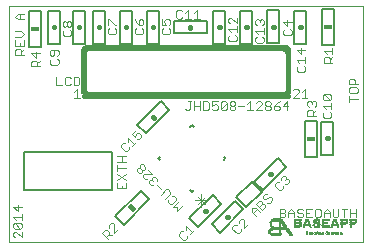
<source format=gto>
G75*
%MOIN*%
%OFA0B0*%
%FSLAX24Y24*%
%IPPOS*%
%LPD*%
%AMOC8*
5,1,8,0,0,1.08239X$1,22.5*
%
%ADD10C,0.0000*%
%ADD11R,0.0300X0.0010*%
%ADD12R,0.0090X0.0010*%
%ADD13R,0.0350X0.0010*%
%ADD14R,0.0110X0.0010*%
%ADD15R,0.0370X0.0010*%
%ADD16R,0.0020X0.0010*%
%ADD17R,0.0010X0.0010*%
%ADD18R,0.0030X0.0010*%
%ADD19R,0.0380X0.0010*%
%ADD20R,0.0100X0.0010*%
%ADD21R,0.0400X0.0010*%
%ADD22R,0.0410X0.0010*%
%ADD23R,0.0070X0.0010*%
%ADD24R,0.0060X0.0010*%
%ADD25R,0.0050X0.0010*%
%ADD26R,0.0130X0.0010*%
%ADD27R,0.0040X0.0010*%
%ADD28R,0.0650X0.0010*%
%ADD29R,0.0630X0.0010*%
%ADD30R,0.0610X0.0010*%
%ADD31R,0.0590X0.0010*%
%ADD32R,0.0580X0.0010*%
%ADD33R,0.0550X0.0010*%
%ADD34R,0.0560X0.0010*%
%ADD35R,0.0210X0.0010*%
%ADD36R,0.0140X0.0010*%
%ADD37R,0.0250X0.0010*%
%ADD38R,0.0230X0.0010*%
%ADD39R,0.0180X0.0010*%
%ADD40R,0.0260X0.0010*%
%ADD41R,0.0080X0.0010*%
%ADD42R,0.0270X0.0010*%
%ADD43R,0.0280X0.0010*%
%ADD44R,0.0240X0.0010*%
%ADD45R,0.0120X0.0010*%
%ADD46R,0.0190X0.0010*%
%ADD47R,0.0200X0.0010*%
%ADD48R,0.0160X0.0010*%
%ADD49R,0.0220X0.0010*%
%ADD50R,0.0170X0.0010*%
%ADD51R,0.0150X0.0010*%
%ADD52R,0.0450X0.0010*%
%ADD53R,0.0440X0.0010*%
%ADD54R,0.0420X0.0010*%
%ADD55R,0.0360X0.0010*%
%ADD56R,0.0340X0.0010*%
%ADD57R,0.0310X0.0010*%
%ADD58R,0.0290X0.0010*%
%ADD59C,0.0030*%
%ADD60C,0.0050*%
%ADD61C,0.0160*%
%ADD62C,0.0060*%
%ADD63R,0.0280X0.0160*%
%ADD64R,0.0160X0.0280*%
%ADD65C,0.0080*%
D10*
X000680Y000380D02*
X000680Y008254D01*
X012491Y008254D01*
X012491Y000380D01*
X000680Y000380D01*
D11*
X009615Y000580D03*
D12*
X009730Y000650D03*
X009730Y000660D03*
X009730Y000670D03*
X009730Y000680D03*
X009730Y000690D03*
X009730Y000700D03*
X009730Y000710D03*
X009730Y000720D03*
X009730Y000730D03*
X009730Y000740D03*
X009730Y000750D03*
X009730Y000760D03*
X009730Y000770D03*
X009730Y000870D03*
X009730Y000880D03*
X009730Y000890D03*
X009730Y000900D03*
X009730Y000910D03*
X009730Y000920D03*
X009730Y000930D03*
X009730Y000940D03*
X009730Y000950D03*
X009730Y000960D03*
X009430Y000890D03*
X009420Y000900D03*
X009420Y000910D03*
X009410Y000930D03*
X009410Y000940D03*
X009410Y000950D03*
X009410Y000960D03*
X009410Y000970D03*
X009410Y000980D03*
X009410Y000990D03*
X009390Y000740D03*
X009390Y000680D03*
X010100Y000580D03*
X010230Y000910D03*
X010230Y000920D03*
X010230Y000930D03*
X010230Y000940D03*
X010230Y000950D03*
X010230Y000960D03*
X010230Y001030D03*
X010230Y001040D03*
X010230Y001050D03*
X010230Y001060D03*
X010230Y001070D03*
X010390Y001030D03*
X010400Y001060D03*
X010400Y000960D03*
X010410Y000950D03*
X010410Y000940D03*
X010410Y000930D03*
X010410Y000920D03*
X010520Y000870D03*
X010520Y000860D03*
X010520Y000850D03*
X010530Y000880D03*
X010530Y000890D03*
X010720Y000890D03*
X010730Y000880D03*
X010730Y000870D03*
X010740Y000860D03*
X010740Y000850D03*
X010850Y000920D03*
X010850Y000930D03*
X010860Y000910D03*
X010860Y001050D03*
X011010Y001080D03*
X011020Y001060D03*
X011030Y000940D03*
X011030Y000930D03*
X011020Y000910D03*
X011160Y000920D03*
X011160Y000930D03*
X011160Y000940D03*
X011160Y000950D03*
X011160Y000960D03*
X011160Y001030D03*
X011160Y001040D03*
X011160Y001050D03*
X011160Y001060D03*
X011160Y001070D03*
X011450Y000890D03*
X011440Y000870D03*
X011440Y000860D03*
X011430Y000850D03*
X011640Y000890D03*
X011650Y000880D03*
X011650Y000870D03*
X011650Y000860D03*
X011660Y000850D03*
X011620Y000960D03*
X011780Y000950D03*
X011780Y000940D03*
X011780Y000930D03*
X011780Y000920D03*
X011780Y000910D03*
X011780Y000900D03*
X011780Y000890D03*
X011780Y000880D03*
X011780Y000870D03*
X011780Y000860D03*
X011780Y000850D03*
X011780Y001020D03*
X011780Y001030D03*
X011780Y001040D03*
X011780Y001050D03*
X011780Y001060D03*
X011780Y001070D03*
X011940Y001060D03*
X011940Y001030D03*
X012080Y001030D03*
X012080Y001020D03*
X012080Y001040D03*
X012080Y001050D03*
X012080Y001060D03*
X012080Y001070D03*
X012080Y000950D03*
X012080Y000940D03*
X012080Y000930D03*
X012080Y000920D03*
X012080Y000910D03*
X012080Y000900D03*
X012080Y000890D03*
X012080Y000880D03*
X012080Y000870D03*
X012080Y000860D03*
X012080Y000850D03*
X012240Y001030D03*
X012240Y001040D03*
X012240Y001050D03*
X012240Y001060D03*
D13*
X009600Y000590D03*
D14*
X009400Y000660D03*
X009410Y000760D03*
X009450Y000870D03*
X009840Y000960D03*
X009850Y000950D03*
X009860Y000930D03*
X009870Y000920D03*
X009880Y000900D03*
X009890Y000890D03*
X009970Y000770D03*
X009980Y000760D03*
X009990Y000750D03*
X010000Y000730D03*
X010010Y000720D03*
X010020Y000700D03*
X010030Y000690D03*
X010040Y000670D03*
X010050Y000660D03*
X010060Y000650D03*
X010070Y000630D03*
X010080Y000620D03*
X010090Y000600D03*
X010100Y000590D03*
X010630Y001110D03*
X010630Y001120D03*
X011020Y000950D03*
X011550Y001120D03*
D15*
X009590Y000600D03*
D16*
X010605Y000640D03*
X010605Y000650D03*
X010605Y000660D03*
X010605Y000680D03*
X010605Y000690D03*
X010665Y000690D03*
X010665Y000650D03*
X010665Y000640D03*
X010705Y000640D03*
X010705Y000630D03*
X010795Y000660D03*
X010865Y000660D03*
X010865Y000650D03*
X010865Y000640D03*
X010875Y000630D03*
X010905Y000630D03*
X010915Y000660D03*
X010965Y000670D03*
X010995Y000680D03*
X011005Y000660D03*
X011015Y000630D03*
X011055Y000640D03*
X011055Y000650D03*
X011055Y000660D03*
X011055Y000670D03*
X011055Y000680D03*
X011085Y000680D03*
X011095Y000670D03*
X011105Y000660D03*
X011105Y000650D03*
X011145Y000640D03*
X011145Y000670D03*
X011175Y000680D03*
X011185Y000670D03*
X011185Y000660D03*
X011185Y000650D03*
X011185Y000640D03*
X011265Y000640D03*
X011275Y000680D03*
X011315Y000690D03*
X011355Y000680D03*
X011355Y000670D03*
X011365Y000650D03*
X011375Y000630D03*
X011375Y000620D03*
X011375Y000610D03*
X011395Y000660D03*
X011435Y000670D03*
X011445Y000660D03*
X011475Y000630D03*
X011565Y000650D03*
X011565Y000660D03*
X011575Y000630D03*
X011615Y000660D03*
X011615Y000670D03*
X011655Y000670D03*
X011655Y000680D03*
X011655Y000660D03*
X011655Y000650D03*
X011655Y000640D03*
X011655Y000630D03*
X011695Y000630D03*
X011695Y000640D03*
X011695Y000650D03*
X011695Y000660D03*
X011685Y000680D03*
X011735Y000680D03*
X011735Y000670D03*
X011745Y000660D03*
X011745Y000650D03*
X011745Y000640D03*
X011745Y000630D03*
X011785Y000630D03*
X011785Y000660D03*
X011825Y000640D03*
X011325Y000650D03*
X011055Y000620D03*
X011055Y000610D03*
X011055Y000600D03*
D17*
X011100Y000640D03*
X011140Y000650D03*
X011140Y000660D03*
X011140Y000680D03*
X011140Y000620D03*
X011140Y000610D03*
X011140Y000600D03*
X011000Y000670D03*
X010970Y000680D03*
X010960Y000660D03*
X010950Y000630D03*
X010910Y000670D03*
X010870Y000670D03*
X010830Y000640D03*
X010830Y000630D03*
X010790Y000630D03*
X010790Y000670D03*
X010750Y000670D03*
X010750Y000660D03*
X010750Y000650D03*
X010750Y000640D03*
X010750Y000630D03*
X010710Y000650D03*
X010710Y000670D03*
X010660Y000680D03*
X010660Y000660D03*
X011270Y000690D03*
X011320Y000640D03*
X011360Y000660D03*
X011390Y000650D03*
X011400Y000670D03*
X011400Y000680D03*
X011440Y000630D03*
X011480Y000640D03*
X011520Y000640D03*
X011520Y000650D03*
X011520Y000660D03*
X011520Y000670D03*
X011520Y000690D03*
X011570Y000670D03*
X011570Y000640D03*
X011610Y000630D03*
X011780Y000670D03*
X011820Y000630D03*
D18*
X011810Y000650D03*
X011800Y000680D03*
X011700Y000670D03*
X011590Y000680D03*
X011530Y000630D03*
X011470Y000650D03*
X011380Y000640D03*
X011360Y000600D03*
X011310Y000660D03*
X010980Y000700D03*
X010890Y000680D03*
X010820Y000650D03*
X010810Y000680D03*
D19*
X009585Y000610D03*
X009605Y001100D03*
D20*
X009425Y001030D03*
X009425Y001020D03*
X009415Y001010D03*
X009415Y001000D03*
X009435Y000880D03*
X009395Y000750D03*
X009385Y000730D03*
X009385Y000720D03*
X009385Y000710D03*
X009385Y000700D03*
X009385Y000690D03*
X009395Y000670D03*
X009855Y000940D03*
X009875Y000910D03*
X009895Y000880D03*
X009905Y000870D03*
X009995Y000740D03*
X010015Y000710D03*
X010035Y000680D03*
X010065Y000640D03*
X010085Y000610D03*
X010405Y000910D03*
X010395Y001070D03*
X010625Y001130D03*
X010865Y000900D03*
X011015Y000900D03*
X011165Y000910D03*
X011545Y001130D03*
X011935Y001070D03*
X011935Y001020D03*
X012235Y001020D03*
X012235Y001070D03*
D21*
X009605Y001080D03*
X009605Y001090D03*
X009575Y000620D03*
D22*
X009570Y000630D03*
X009570Y000640D03*
D23*
X010580Y001030D03*
X010580Y001040D03*
X010670Y001050D03*
X010860Y000940D03*
X010980Y000650D03*
X010980Y000640D03*
X010630Y000630D03*
X010630Y000700D03*
X011490Y001010D03*
X011500Y001040D03*
X011590Y001050D03*
D24*
X011295Y000700D03*
X011075Y000630D03*
X010625Y000670D03*
D25*
X010940Y000840D03*
X011160Y000630D03*
X011290Y000630D03*
X010940Y001140D03*
D26*
X010630Y001100D03*
X010630Y001090D03*
X011550Y001090D03*
X009430Y000770D03*
X009420Y000650D03*
D27*
X010725Y000680D03*
X010985Y000690D03*
X011295Y000670D03*
X011455Y000680D03*
X011525Y000680D03*
D28*
X009690Y000780D03*
D29*
X009700Y000790D03*
D30*
X009700Y000800D03*
D31*
X009700Y000810D03*
D32*
X009705Y000820D03*
D33*
X009710Y000830D03*
D34*
X009695Y000840D03*
X009695Y000850D03*
X009685Y000860D03*
D35*
X010290Y000850D03*
X010290Y001000D03*
X010290Y001130D03*
X010940Y001100D03*
X010940Y000870D03*
X011840Y000970D03*
X012140Y000970D03*
D36*
X011545Y001070D03*
X011545Y001080D03*
X010935Y001130D03*
X010935Y000850D03*
X010625Y001080D03*
D37*
X010630Y000940D03*
X010630Y000930D03*
X010310Y000980D03*
X010310Y001080D03*
X010310Y001090D03*
X010310Y001100D03*
X010310Y000870D03*
X011240Y000870D03*
X011240Y000880D03*
X011240Y000890D03*
X011240Y000900D03*
X011240Y000860D03*
X011240Y000850D03*
X011240Y001080D03*
X011240Y001090D03*
X011240Y001100D03*
X011240Y001110D03*
X011240Y001120D03*
X011240Y001130D03*
X011860Y001080D03*
X011860Y001010D03*
D38*
X011850Y000980D03*
X011850Y001110D03*
X012150Y001110D03*
X012150Y000990D03*
X011230Y000990D03*
X011230Y001000D03*
X011230Y001010D03*
X011230Y001020D03*
X011230Y000980D03*
X011230Y000970D03*
X010940Y000890D03*
X010940Y000880D03*
X010940Y001090D03*
X010630Y000950D03*
X010300Y000990D03*
X010300Y001010D03*
X010300Y001120D03*
X010300Y000860D03*
D39*
X009775Y001000D03*
X010915Y001020D03*
X010965Y000980D03*
X010935Y000860D03*
D40*
X010625Y000920D03*
X010315Y000890D03*
X010315Y000880D03*
X010315Y000970D03*
X011545Y000930D03*
X011545Y000920D03*
X011545Y000910D03*
D41*
X011475Y000960D03*
X011475Y000970D03*
X011475Y000980D03*
X011485Y000990D03*
X011485Y001000D03*
X011495Y001020D03*
X011495Y001030D03*
X011505Y001050D03*
X011595Y001040D03*
X011595Y001030D03*
X011595Y001020D03*
X011605Y001010D03*
X011605Y001000D03*
X011605Y000990D03*
X011615Y000980D03*
X011615Y000970D03*
X011445Y000880D03*
X011025Y000920D03*
X011015Y001070D03*
X010865Y001080D03*
X010855Y001070D03*
X010855Y001060D03*
X010685Y001020D03*
X010685Y001010D03*
X010685Y001000D03*
X010695Y000990D03*
X010695Y000980D03*
X010695Y000970D03*
X010705Y000960D03*
X010675Y001030D03*
X010675Y001040D03*
X010585Y001050D03*
X010575Y001020D03*
X010575Y001010D03*
X010565Y001000D03*
X010565Y000990D03*
X010565Y000980D03*
X010555Y000970D03*
X010555Y000960D03*
X010395Y001040D03*
X010395Y001050D03*
X009415Y000920D03*
X011945Y001040D03*
X011945Y001050D03*
D42*
X010630Y000910D03*
X010630Y000900D03*
X010320Y000900D03*
D43*
X011545Y000900D03*
D44*
X011545Y000940D03*
X011545Y000950D03*
X011855Y000990D03*
X011855Y001000D03*
X011855Y001090D03*
X011855Y001100D03*
X012155Y001100D03*
X012155Y001090D03*
X012155Y001080D03*
X012155Y001010D03*
X012155Y001000D03*
X010305Y001020D03*
X010305Y001110D03*
D45*
X010875Y001040D03*
X011005Y000960D03*
X011545Y001100D03*
X011545Y001110D03*
X009435Y001040D03*
D46*
X009780Y000990D03*
X009780Y000980D03*
X010930Y001010D03*
X011830Y000960D03*
X012130Y000960D03*
D47*
X012135Y001130D03*
X011835Y001130D03*
X010955Y000990D03*
X010945Y001000D03*
X010935Y001110D03*
X009785Y000970D03*
D48*
X009765Y001030D03*
X010985Y000970D03*
X011545Y001060D03*
D49*
X011845Y001120D03*
X012145Y001120D03*
X012145Y000980D03*
D50*
X010940Y001120D03*
X009770Y001020D03*
X009770Y001010D03*
D51*
X009760Y001040D03*
X010630Y001060D03*
X010630Y001070D03*
X010900Y001030D03*
D52*
X009610Y001050D03*
D53*
X009605Y001060D03*
D54*
X009605Y001070D03*
D55*
X009605Y001110D03*
D56*
X009615Y001120D03*
D57*
X009620Y001130D03*
D58*
X009630Y001140D03*
D59*
X009705Y001205D02*
X009850Y001205D01*
X009898Y001253D01*
X009898Y001302D01*
X009850Y001350D01*
X009705Y001350D01*
X009705Y001205D02*
X009705Y001495D01*
X009850Y001495D01*
X009898Y001447D01*
X009898Y001398D01*
X009850Y001350D01*
X010000Y001350D02*
X010193Y001350D01*
X010193Y001398D02*
X010193Y001205D01*
X010294Y001253D02*
X010343Y001205D01*
X010439Y001205D01*
X010488Y001253D01*
X010488Y001302D01*
X010439Y001350D01*
X010343Y001350D01*
X010294Y001398D01*
X010294Y001447D01*
X010343Y001495D01*
X010439Y001495D01*
X010488Y001447D01*
X010589Y001495D02*
X010589Y001205D01*
X010782Y001205D01*
X010884Y001253D02*
X010932Y001205D01*
X011029Y001205D01*
X011077Y001253D01*
X011077Y001447D01*
X011029Y001495D01*
X010932Y001495D01*
X010884Y001447D01*
X010884Y001253D01*
X010686Y001350D02*
X010589Y001350D01*
X010589Y001495D02*
X010782Y001495D01*
X011178Y001398D02*
X011178Y001205D01*
X011372Y001205D02*
X011372Y001398D01*
X011275Y001495D01*
X011178Y001398D01*
X011178Y001350D02*
X011372Y001350D01*
X011473Y001253D02*
X011521Y001205D01*
X011618Y001205D01*
X011666Y001253D01*
X011666Y001495D01*
X011768Y001495D02*
X011961Y001495D01*
X011864Y001495D02*
X011864Y001205D01*
X012062Y001205D02*
X012062Y001495D01*
X012062Y001350D02*
X012256Y001350D01*
X012256Y001495D02*
X012256Y001205D01*
X011473Y001253D02*
X011473Y001495D01*
X010193Y001398D02*
X010096Y001495D01*
X010000Y001398D01*
X010000Y001205D01*
X009438Y001767D02*
X009370Y001699D01*
X009301Y001699D01*
X009230Y001627D02*
X009195Y001661D01*
X009127Y001661D01*
X009024Y001559D01*
X008953Y001487D02*
X008816Y001350D01*
X008782Y001385D02*
X008782Y001521D01*
X008919Y001521D01*
X009056Y001385D01*
X009127Y001456D02*
X009230Y001559D01*
X009230Y001627D01*
X009127Y001661D02*
X009127Y001730D01*
X009093Y001764D01*
X009024Y001764D01*
X008922Y001661D01*
X009127Y001456D01*
X008919Y001248D02*
X008782Y001385D01*
X008511Y001130D02*
X008477Y001164D01*
X008409Y001164D01*
X008340Y001096D01*
X008340Y001028D01*
X008269Y000956D02*
X008200Y000956D01*
X008132Y000888D01*
X008132Y000819D01*
X008269Y000682D01*
X008337Y000682D01*
X008406Y000751D01*
X008406Y000819D01*
X008511Y000857D02*
X008511Y001130D01*
X008648Y000993D02*
X008511Y000857D01*
X009199Y001801D02*
X009164Y001836D01*
X009164Y001904D01*
X009233Y001972D01*
X009301Y001972D01*
X009335Y001870D02*
X009404Y001870D01*
X009438Y001836D01*
X009438Y001767D01*
X009335Y001870D02*
X009267Y001801D01*
X009199Y001801D01*
X009538Y002245D02*
X009675Y002108D01*
X009743Y002108D01*
X009812Y002176D01*
X009812Y002245D01*
X009883Y002316D02*
X009952Y002316D01*
X010020Y002385D01*
X010020Y002453D01*
X009986Y002487D01*
X009917Y002487D01*
X009883Y002453D01*
X009917Y002487D02*
X009917Y002556D01*
X009883Y002590D01*
X009815Y002590D01*
X009746Y002521D01*
X009746Y002453D01*
X009675Y002382D02*
X009606Y002382D01*
X009538Y002313D01*
X009538Y002245D01*
X007314Y001769D02*
X006870Y001769D01*
X006981Y001880D02*
X007203Y001658D01*
X007092Y001547D02*
X007092Y001991D01*
X007203Y001880D02*
X006981Y001658D01*
X006494Y001615D02*
X006289Y001410D01*
X006289Y001546D01*
X006152Y001546D01*
X006358Y001752D01*
X006252Y001789D02*
X006252Y001857D01*
X006184Y001926D01*
X006115Y001926D01*
X006044Y001997D02*
X006044Y002066D01*
X005975Y002134D01*
X005907Y002134D01*
X005736Y001963D01*
X005767Y002137D02*
X005630Y002274D01*
X005490Y002277D02*
X005422Y002277D01*
X005353Y002346D01*
X005353Y002414D01*
X005387Y002448D01*
X005456Y002448D01*
X005456Y002517D01*
X005490Y002551D01*
X005558Y002551D01*
X005627Y002482D01*
X005627Y002414D01*
X005490Y002414D02*
X005456Y002448D01*
X005282Y002486D02*
X005213Y002486D01*
X005145Y002554D01*
X005145Y002622D01*
X005179Y002657D01*
X005453Y002657D01*
X005316Y002793D01*
X005210Y002831D02*
X005210Y002899D01*
X005142Y002968D01*
X005073Y002968D01*
X005039Y002933D01*
X005039Y002865D01*
X005108Y002797D01*
X005108Y002728D01*
X005073Y002694D01*
X005005Y002694D01*
X004937Y002762D01*
X004937Y002831D01*
X004971Y002865D01*
X005039Y002865D01*
X005108Y002797D02*
X005176Y002797D01*
X005210Y002831D01*
X004584Y002855D02*
X004293Y002855D01*
X004293Y002951D02*
X004293Y002758D01*
X004293Y002657D02*
X004584Y002463D01*
X004584Y002362D02*
X004584Y002169D01*
X004293Y002169D01*
X004293Y002362D01*
X004293Y002463D02*
X004584Y002657D01*
X004584Y003053D02*
X004293Y003053D01*
X004438Y003053D02*
X004438Y003246D01*
X004293Y003246D02*
X004584Y003246D01*
X004610Y003400D02*
X004678Y003468D01*
X004678Y003537D01*
X004784Y003574D02*
X004921Y003711D01*
X004852Y003643D02*
X004647Y003848D01*
X004647Y003711D01*
X004541Y003674D02*
X004473Y003674D01*
X004405Y003605D01*
X004405Y003537D01*
X004541Y003400D01*
X004610Y003400D01*
X004958Y003817D02*
X005027Y003817D01*
X005095Y003885D01*
X005095Y003953D01*
X005027Y004022D01*
X004958Y004022D01*
X004924Y003988D01*
X004890Y003885D01*
X004787Y003988D01*
X004924Y004125D01*
X006564Y004826D02*
X006612Y004778D01*
X006661Y004778D01*
X006709Y004826D01*
X006709Y005068D01*
X006661Y005068D02*
X006757Y005068D01*
X006858Y005068D02*
X006858Y004778D01*
X006858Y004923D02*
X007052Y004923D01*
X007052Y005068D02*
X007052Y004778D01*
X007153Y004778D02*
X007298Y004778D01*
X007347Y004826D01*
X007347Y005019D01*
X007298Y005068D01*
X007153Y005068D01*
X007153Y004778D01*
X007448Y004826D02*
X007496Y004778D01*
X007593Y004778D01*
X007641Y004826D01*
X007641Y004923D01*
X007593Y004971D01*
X007545Y004971D01*
X007448Y004923D01*
X007448Y005068D01*
X007641Y005068D01*
X007742Y005019D02*
X007791Y005068D01*
X007888Y005068D01*
X007936Y005019D01*
X007742Y004826D01*
X007791Y004778D01*
X007888Y004778D01*
X007936Y004826D01*
X007936Y005019D01*
X008037Y005019D02*
X008085Y005068D01*
X008182Y005068D01*
X008231Y005019D01*
X008231Y004971D01*
X008182Y004923D01*
X008085Y004923D01*
X008037Y004971D01*
X008037Y005019D01*
X008085Y004923D02*
X008037Y004874D01*
X008037Y004826D01*
X008085Y004778D01*
X008182Y004778D01*
X008231Y004826D01*
X008231Y004874D01*
X008182Y004923D01*
X008332Y004923D02*
X008525Y004923D01*
X008626Y004971D02*
X008723Y005068D01*
X008723Y004778D01*
X008626Y004778D02*
X008820Y004778D01*
X008921Y004778D02*
X009115Y004971D01*
X009115Y005019D01*
X009066Y005068D01*
X008969Y005068D01*
X008921Y005019D01*
X008921Y004778D02*
X009115Y004778D01*
X009216Y004826D02*
X009216Y004874D01*
X009264Y004923D01*
X009361Y004923D01*
X009409Y004874D01*
X009409Y004826D01*
X009361Y004778D01*
X009264Y004778D01*
X009216Y004826D01*
X009264Y004923D02*
X009216Y004971D01*
X009216Y005019D01*
X009264Y005068D01*
X009361Y005068D01*
X009409Y005019D01*
X009409Y004971D01*
X009361Y004923D01*
X009510Y004923D02*
X009510Y004826D01*
X009559Y004778D01*
X009655Y004778D01*
X009704Y004826D01*
X009704Y004874D01*
X009655Y004923D01*
X009510Y004923D01*
X009607Y005019D01*
X009704Y005068D01*
X009805Y004923D02*
X009998Y004923D01*
X009950Y004778D02*
X009950Y005068D01*
X009805Y004923D01*
X010144Y005198D02*
X010337Y005392D01*
X010337Y005440D01*
X010289Y005488D01*
X010192Y005488D01*
X010144Y005440D01*
X010144Y005198D02*
X010337Y005198D01*
X010438Y005198D02*
X010632Y005198D01*
X010535Y005198D02*
X010535Y005488D01*
X010438Y005392D01*
X010678Y005084D02*
X010727Y005084D01*
X010775Y005035D01*
X010823Y005084D01*
X010872Y005084D01*
X010920Y005035D01*
X010920Y004939D01*
X010872Y004890D01*
X010920Y004789D02*
X010823Y004692D01*
X010823Y004741D02*
X010823Y004596D01*
X010920Y004596D02*
X010630Y004596D01*
X010630Y004741D01*
X010678Y004789D01*
X010775Y004789D01*
X010823Y004741D01*
X010678Y004890D02*
X010630Y004939D01*
X010630Y005035D01*
X010678Y005084D01*
X010775Y005035D02*
X010775Y004987D01*
X011140Y004915D02*
X011237Y004818D01*
X011188Y004717D02*
X011140Y004669D01*
X011140Y004572D01*
X011188Y004524D01*
X011382Y004524D01*
X011430Y004572D01*
X011430Y004669D01*
X011382Y004717D01*
X011430Y004818D02*
X011430Y005012D01*
X011430Y004915D02*
X011140Y004915D01*
X011188Y005113D02*
X011140Y005161D01*
X011140Y005258D01*
X011188Y005306D01*
X011382Y005113D01*
X011430Y005161D01*
X011430Y005258D01*
X011382Y005306D01*
X011188Y005306D01*
X011188Y005113D02*
X011382Y005113D01*
X012015Y005142D02*
X012305Y005142D01*
X012257Y005340D02*
X012063Y005340D01*
X012015Y005388D01*
X012015Y005485D01*
X012063Y005533D01*
X012257Y005533D01*
X012305Y005485D01*
X012305Y005388D01*
X012257Y005340D01*
X012015Y005238D02*
X012015Y005045D01*
X012015Y005634D02*
X012015Y005779D01*
X012063Y005828D01*
X012160Y005828D01*
X012208Y005779D01*
X012208Y005634D01*
X012305Y005634D02*
X012015Y005634D01*
X011466Y006357D02*
X011176Y006357D01*
X011176Y006502D01*
X011224Y006551D01*
X011321Y006551D01*
X011369Y006502D01*
X011369Y006357D01*
X011369Y006454D02*
X011466Y006551D01*
X011466Y006652D02*
X011466Y006845D01*
X011466Y006749D02*
X011176Y006749D01*
X011272Y006652D01*
X010560Y006551D02*
X010560Y006357D01*
X010560Y006454D02*
X010270Y006454D01*
X010367Y006357D01*
X010318Y006256D02*
X010270Y006208D01*
X010270Y006111D01*
X010318Y006062D01*
X010512Y006062D01*
X010560Y006111D01*
X010560Y006208D01*
X010512Y006256D01*
X010415Y006652D02*
X010415Y006845D01*
X010560Y006797D02*
X010270Y006797D01*
X010415Y006652D01*
X010062Y007284D02*
X009868Y007284D01*
X009820Y007332D01*
X009820Y007429D01*
X009868Y007477D01*
X009965Y007578D02*
X009965Y007772D01*
X010110Y007723D02*
X009820Y007723D01*
X009965Y007578D01*
X010062Y007477D02*
X010110Y007429D01*
X010110Y007332D01*
X010062Y007284D01*
X009180Y007317D02*
X009180Y007511D01*
X009180Y007414D02*
X008890Y007414D01*
X008987Y007317D01*
X008938Y007216D02*
X008890Y007168D01*
X008890Y007071D01*
X008938Y007022D01*
X009132Y007022D01*
X009180Y007071D01*
X009180Y007168D01*
X009132Y007216D01*
X009132Y007612D02*
X009180Y007660D01*
X009180Y007757D01*
X009132Y007805D01*
X009083Y007805D01*
X009035Y007757D01*
X009035Y007709D01*
X009035Y007757D02*
X008987Y007805D01*
X008938Y007805D01*
X008890Y007757D01*
X008890Y007660D01*
X008938Y007612D01*
X008280Y007571D02*
X008280Y007377D01*
X008280Y007474D02*
X007990Y007474D01*
X008087Y007377D01*
X008038Y007276D02*
X007990Y007228D01*
X007990Y007131D01*
X008038Y007082D01*
X008232Y007082D01*
X008280Y007131D01*
X008280Y007228D01*
X008232Y007276D01*
X008280Y007672D02*
X008087Y007865D01*
X008038Y007865D01*
X007990Y007817D01*
X007990Y007720D01*
X008038Y007672D01*
X008280Y007672D02*
X008280Y007865D01*
X007046Y007831D02*
X006853Y007831D01*
X006950Y007831D02*
X006950Y008122D01*
X006853Y008025D01*
X006655Y008122D02*
X006655Y007831D01*
X006558Y007831D02*
X006752Y007831D01*
X006558Y008025D02*
X006655Y008122D01*
X006457Y008073D02*
X006409Y008122D01*
X006312Y008122D01*
X006264Y008073D01*
X006264Y007880D01*
X006312Y007831D01*
X006409Y007831D01*
X006457Y007880D01*
X006060Y007757D02*
X006060Y007660D01*
X006012Y007612D01*
X005915Y007612D02*
X005867Y007709D01*
X005867Y007757D01*
X005915Y007805D01*
X006012Y007805D01*
X006060Y007757D01*
X005915Y007612D02*
X005770Y007612D01*
X005770Y007805D01*
X005818Y007511D02*
X005770Y007462D01*
X005770Y007365D01*
X005818Y007317D01*
X006012Y007317D01*
X006060Y007365D01*
X006060Y007462D01*
X006012Y007511D01*
X005160Y007462D02*
X005160Y007365D01*
X005112Y007317D01*
X004918Y007317D01*
X004870Y007365D01*
X004870Y007462D01*
X004918Y007511D01*
X005015Y007612D02*
X005015Y007757D01*
X005063Y007805D01*
X005112Y007805D01*
X005160Y007757D01*
X005160Y007660D01*
X005112Y007612D01*
X005015Y007612D01*
X004918Y007709D01*
X004870Y007805D01*
X005112Y007511D02*
X005160Y007462D01*
X004260Y007462D02*
X004260Y007365D01*
X004212Y007317D01*
X004018Y007317D01*
X003970Y007365D01*
X003970Y007462D01*
X004018Y007511D01*
X003970Y007612D02*
X003970Y007805D01*
X004018Y007805D01*
X004212Y007612D01*
X004260Y007612D01*
X004212Y007511D02*
X004260Y007462D01*
X002760Y007402D02*
X002760Y007305D01*
X002712Y007257D01*
X002518Y007257D01*
X002470Y007305D01*
X002470Y007402D01*
X002518Y007451D01*
X002518Y007552D02*
X002567Y007552D01*
X002615Y007600D01*
X002615Y007697D01*
X002663Y007745D01*
X002712Y007745D01*
X002760Y007697D01*
X002760Y007600D01*
X002712Y007552D01*
X002663Y007552D01*
X002615Y007600D01*
X002615Y007697D02*
X002567Y007745D01*
X002518Y007745D01*
X002470Y007697D01*
X002470Y007600D01*
X002518Y007552D01*
X002712Y007451D02*
X002760Y007402D01*
X002292Y006785D02*
X002098Y006785D01*
X002050Y006737D01*
X002050Y006640D01*
X002098Y006592D01*
X002147Y006592D01*
X002195Y006640D01*
X002195Y006785D01*
X002292Y006785D02*
X002340Y006737D01*
X002340Y006640D01*
X002292Y006592D01*
X002292Y006491D02*
X002340Y006442D01*
X002340Y006345D01*
X002292Y006297D01*
X002098Y006297D01*
X002050Y006345D01*
X002050Y006442D01*
X002098Y006491D01*
X001721Y006431D02*
X001624Y006334D01*
X001624Y006382D02*
X001624Y006237D01*
X001721Y006237D02*
X001431Y006237D01*
X001431Y006382D01*
X001479Y006431D01*
X001576Y006431D01*
X001624Y006382D01*
X001576Y006532D02*
X001576Y006725D01*
X001721Y006677D02*
X001431Y006677D01*
X001576Y006532D01*
X001185Y006622D02*
X000895Y006622D01*
X000895Y006767D01*
X000943Y006815D01*
X001040Y006815D01*
X001088Y006767D01*
X001088Y006622D01*
X001088Y006718D02*
X001185Y006815D01*
X001185Y006916D02*
X001185Y007110D01*
X001088Y007211D02*
X001185Y007308D01*
X001088Y007405D01*
X000895Y007405D01*
X000895Y007211D02*
X001088Y007211D01*
X001040Y007013D02*
X001040Y006916D01*
X000895Y006916D02*
X001185Y006916D01*
X000895Y006916D02*
X000895Y007110D01*
X000992Y007800D02*
X000895Y007897D01*
X000992Y007994D01*
X001185Y007994D01*
X001040Y007994D02*
X001040Y007800D01*
X000992Y007800D02*
X001185Y007800D01*
X002250Y005896D02*
X002250Y005606D01*
X002444Y005606D01*
X002545Y005655D02*
X002593Y005606D01*
X002690Y005606D01*
X002738Y005655D01*
X002840Y005606D02*
X002985Y005606D01*
X003033Y005655D01*
X003033Y005848D01*
X002985Y005896D01*
X002840Y005896D01*
X002840Y005606D01*
X002959Y005488D02*
X002959Y005198D01*
X002862Y005198D02*
X003056Y005198D01*
X002862Y005392D02*
X002959Y005488D01*
X002738Y005848D02*
X002690Y005896D01*
X002593Y005896D01*
X002545Y005848D01*
X002545Y005655D01*
X004438Y002265D02*
X004438Y002169D01*
X005873Y001826D02*
X006044Y001997D01*
X005978Y001789D02*
X005978Y001721D01*
X006047Y001652D01*
X006115Y001652D01*
X006252Y001789D01*
X006594Y000907D02*
X006799Y000702D01*
X006731Y000634D02*
X006867Y000771D01*
X006625Y000596D02*
X006625Y000528D01*
X006556Y000460D01*
X006488Y000460D01*
X006351Y000596D01*
X006351Y000665D01*
X006420Y000733D01*
X006488Y000733D01*
X006594Y000771D02*
X006594Y000907D01*
X004325Y000832D02*
X004188Y000695D01*
X004188Y000968D01*
X004154Y001003D01*
X004085Y001003D01*
X004017Y000934D01*
X004017Y000866D01*
X003945Y000794D02*
X004014Y000726D01*
X004014Y000657D01*
X003911Y000555D01*
X003979Y000623D02*
X004116Y000623D01*
X003945Y000794D02*
X003877Y000794D01*
X003774Y000692D01*
X003979Y000486D01*
X001115Y000535D02*
X000922Y000728D01*
X000873Y000728D01*
X000825Y000680D01*
X000825Y000583D01*
X000873Y000535D01*
X001115Y000535D02*
X001115Y000728D01*
X001067Y000830D02*
X000873Y001023D01*
X001067Y001023D01*
X001115Y000975D01*
X001115Y000878D01*
X001067Y000830D01*
X000873Y000830D01*
X000825Y000878D01*
X000825Y000975D01*
X000873Y001023D01*
X000922Y001124D02*
X000825Y001221D01*
X001115Y001221D01*
X001115Y001124D02*
X001115Y001318D01*
X000970Y001419D02*
X000970Y001612D01*
X001115Y001564D02*
X000825Y001564D01*
X000970Y001419D01*
X007742Y004826D02*
X007742Y005019D01*
D60*
X006028Y004785D02*
X005745Y005068D01*
X004967Y004290D01*
X005250Y004007D01*
X006028Y004785D01*
X005680Y006991D02*
X005280Y006991D01*
X005280Y008091D01*
X005680Y008091D01*
X005680Y006991D01*
X006169Y007341D02*
X007269Y007341D01*
X007269Y007741D01*
X006169Y007741D01*
X006169Y007341D01*
X007500Y006991D02*
X007900Y006991D01*
X007900Y008091D01*
X007500Y008091D01*
X007500Y006991D01*
X008400Y006991D02*
X008800Y006991D01*
X008800Y008091D01*
X008400Y008091D01*
X008400Y006991D01*
X009300Y007009D02*
X009300Y008109D01*
X009700Y008109D01*
X009700Y007009D01*
X009300Y007009D01*
X009893Y006915D02*
X003278Y006915D01*
X003220Y006991D02*
X003220Y008091D01*
X002820Y008091D01*
X002820Y006991D01*
X003220Y006991D01*
X003278Y006915D02*
X003256Y006913D01*
X003234Y006909D01*
X003213Y006901D01*
X003193Y006890D01*
X003175Y006877D01*
X003159Y006861D01*
X003146Y006843D01*
X003135Y006823D01*
X003127Y006802D01*
X003123Y006780D01*
X003121Y006758D01*
X003121Y005341D01*
X010050Y005341D01*
X010050Y006758D01*
X010048Y006780D01*
X010044Y006802D01*
X010036Y006823D01*
X010025Y006843D01*
X010012Y006861D01*
X009996Y006877D01*
X009978Y006890D01*
X009958Y006901D01*
X009937Y006909D01*
X009915Y006913D01*
X009893Y006915D01*
X010200Y006991D02*
X010600Y006991D01*
X010600Y008091D01*
X010200Y008091D01*
X010200Y006991D01*
X011106Y006941D02*
X011106Y008141D01*
X011506Y008141D01*
X011506Y006941D01*
X011106Y006941D01*
X010960Y004400D02*
X010560Y004400D01*
X010560Y003200D01*
X010960Y003200D01*
X010960Y004400D01*
X011100Y004389D02*
X011100Y003289D01*
X011500Y003289D01*
X011500Y004389D01*
X011100Y004389D01*
X009645Y003173D02*
X008867Y002395D01*
X009150Y002112D01*
X009928Y002890D01*
X009645Y003173D01*
X008768Y002382D02*
X009102Y002048D01*
X008601Y001547D01*
X008267Y001881D01*
X008768Y002382D01*
X008212Y001750D02*
X007435Y000973D01*
X007717Y000690D01*
X008495Y001467D01*
X008212Y001750D01*
X007761Y001662D02*
X006983Y000884D01*
X006700Y001167D01*
X007478Y001944D01*
X007761Y001662D01*
X005354Y001805D02*
X005071Y002087D01*
X004223Y001239D01*
X004506Y000956D01*
X005354Y001805D01*
X001761Y006881D02*
X001361Y006881D01*
X001361Y008081D01*
X001761Y008081D01*
X001761Y006881D01*
X001980Y006991D02*
X002380Y006991D01*
X002380Y008091D01*
X001980Y008091D01*
X001980Y006991D01*
X003480Y006991D02*
X003480Y008091D01*
X003880Y008091D01*
X003880Y006991D01*
X003480Y006991D01*
X004380Y006991D02*
X004780Y006991D01*
X004780Y008091D01*
X004380Y008091D01*
X004380Y006991D01*
D61*
X004568Y007541D02*
X004592Y007541D01*
X005468Y007541D02*
X005492Y007541D01*
X006719Y007553D02*
X006719Y007529D01*
X007688Y007541D02*
X007712Y007541D01*
X008588Y007541D02*
X008612Y007541D01*
X009488Y007559D02*
X009512Y007559D01*
X009814Y006837D02*
X009893Y006837D01*
X009908Y006835D01*
X009923Y006831D01*
X009937Y006824D01*
X009949Y006814D01*
X009959Y006802D01*
X009966Y006788D01*
X009970Y006773D01*
X009972Y006758D01*
X009971Y006679D02*
X009971Y005419D01*
X009971Y005262D02*
X009814Y005262D01*
X003357Y005262D01*
X003200Y005262D01*
X003200Y005419D02*
X003200Y006758D01*
X003199Y006758D02*
X003201Y006773D01*
X003205Y006788D01*
X003212Y006802D01*
X003222Y006814D01*
X003234Y006824D01*
X003248Y006831D01*
X003263Y006835D01*
X003278Y006837D01*
X009814Y006837D01*
X009814Y006836D02*
X009836Y006834D01*
X009858Y006830D01*
X009879Y006822D01*
X009899Y006811D01*
X009917Y006798D01*
X009933Y006782D01*
X009946Y006764D01*
X009957Y006744D01*
X009965Y006723D01*
X009969Y006701D01*
X009971Y006679D01*
X010388Y007541D02*
X010412Y007541D01*
X009971Y005419D02*
X009969Y005397D01*
X009965Y005375D01*
X009957Y005354D01*
X009946Y005334D01*
X009933Y005316D01*
X009917Y005300D01*
X009899Y005287D01*
X009879Y005276D01*
X009858Y005268D01*
X009836Y005264D01*
X009814Y005262D01*
X011288Y003839D02*
X011312Y003839D01*
X009406Y002634D02*
X009389Y002651D01*
X007973Y001212D02*
X007956Y001228D01*
X007239Y001406D02*
X007222Y001423D01*
X005506Y004529D02*
X005489Y004546D01*
X003357Y005262D02*
X003335Y005264D01*
X003313Y005268D01*
X003292Y005276D01*
X003272Y005287D01*
X003254Y005300D01*
X003238Y005316D01*
X003225Y005334D01*
X003214Y005354D01*
X003206Y005375D01*
X003202Y005397D01*
X003200Y005419D01*
X003032Y007541D02*
X003008Y007541D01*
X003668Y007541D02*
X003692Y007541D01*
X002192Y007541D02*
X002168Y007541D01*
D62*
X006726Y004229D02*
X006782Y004285D01*
X006839Y004229D01*
X007843Y003224D02*
X007900Y003168D01*
X007843Y003111D01*
X006839Y002107D02*
X006782Y002051D01*
X006726Y002107D01*
X005722Y003111D02*
X005665Y003168D01*
X005722Y003224D01*
D63*
X010760Y003800D03*
X011306Y007541D03*
X001561Y007481D03*
D64*
G36*
X004634Y001564D02*
X004747Y001677D01*
X004944Y001480D01*
X004831Y001367D01*
X004634Y001564D01*
G37*
D65*
X004109Y002100D02*
X004109Y003384D01*
X001190Y003384D01*
X001190Y002100D01*
X004109Y002100D01*
M02*

</source>
